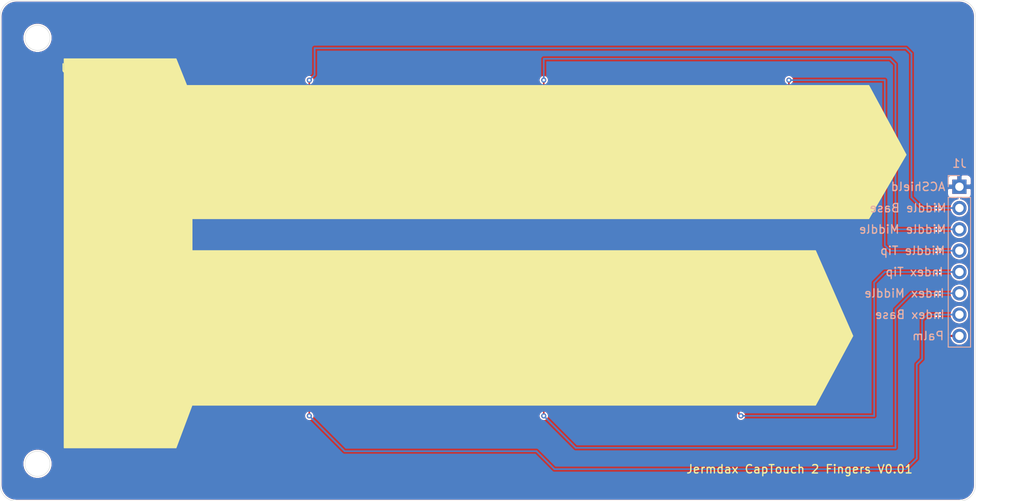
<source format=kicad_pcb>
(kicad_pcb (version 20171130) (host pcbnew "(5.1.6)-1")

  (general
    (thickness 1.6)
    (drawings 20)
    (tracks 60)
    (zones 0)
    (modules 2)
    (nets 9)
  )

  (page A4)
  (layers
    (0 F.Cu signal)
    (31 B.Cu signal)
    (32 B.Adhes user)
    (33 F.Adhes user)
    (34 B.Paste user)
    (35 F.Paste user)
    (36 B.SilkS user)
    (37 F.SilkS user)
    (38 B.Mask user)
    (39 F.Mask user)
    (40 Dwgs.User user)
    (41 Cmts.User user)
    (42 Eco1.User user)
    (43 Eco2.User user)
    (44 Edge.Cuts user)
    (45 Margin user)
    (46 B.CrtYd user)
    (47 F.CrtYd user)
    (48 B.Fab user)
    (49 F.Fab user)
  )

  (setup
    (last_trace_width 0.25)
    (user_trace_width 0.2)
    (trace_clearance 0.2)
    (zone_clearance 0.15)
    (zone_45_only no)
    (trace_min 0.15)
    (via_size 0.8)
    (via_drill 0.4)
    (via_min_size 0.3)
    (via_min_drill 0.3)
    (user_via 0.6 0.3)
    (uvia_size 0.3)
    (uvia_drill 0.1)
    (uvias_allowed no)
    (uvia_min_size 0.2)
    (uvia_min_drill 0.1)
    (edge_width 0.05)
    (segment_width 0.2)
    (pcb_text_width 0.3)
    (pcb_text_size 1.5 1.5)
    (mod_edge_width 0.12)
    (mod_text_size 1 1)
    (mod_text_width 0.15)
    (pad_size 1.524 1.524)
    (pad_drill 0.762)
    (pad_to_mask_clearance 0.05)
    (aux_axis_origin 0 0)
    (visible_elements 7FFFFFFF)
    (pcbplotparams
      (layerselection 0x010fc_ffffffff)
      (usegerberextensions false)
      (usegerberattributes true)
      (usegerberadvancedattributes true)
      (creategerberjobfile true)
      (excludeedgelayer true)
      (linewidth 0.100000)
      (plotframeref false)
      (viasonmask false)
      (mode 1)
      (useauxorigin false)
      (hpglpennumber 1)
      (hpglpenspeed 20)
      (hpglpendiameter 15.000000)
      (psnegative false)
      (psa4output false)
      (plotreference true)
      (plotvalue true)
      (plotinvisibletext false)
      (padsonsilk false)
      (subtractmaskfromsilk false)
      (outputformat 1)
      (mirror false)
      (drillshape 0)
      (scaleselection 1)
      (outputdirectory "CapTouch2FingerSensor_Gerber/"))
  )

  (net 0 "")
  (net 1 ACShield)
  (net 2 MiddleTip)
  (net 3 MiddleMiddle)
  (net 4 MiddleBase)
  (net 5 IndexTip)
  (net 6 IndexMiddle)
  (net 7 IndexBase)
  (net 8 Palm)

  (net_class Default "This is the default net class."
    (clearance 0.2)
    (trace_width 0.25)
    (via_dia 0.8)
    (via_drill 0.4)
    (uvia_dia 0.3)
    (uvia_drill 0.1)
    (add_net ACShield)
    (add_net IndexBase)
    (add_net IndexMiddle)
    (add_net IndexTip)
    (add_net MiddleBase)
    (add_net MiddleMiddle)
    (add_net MiddleTip)
    (add_net Palm)
  )

  (module Connector_PinSocket_2.54mm:PinSocket_1x08_P2.54mm_Vertical (layer B.Cu) (tedit 5A19A420) (tstamp 5F9F4E60)
    (at 208.28 90.17 180)
    (descr "Through hole straight socket strip, 1x08, 2.54mm pitch, single row (from Kicad 4.0.7), script generated")
    (tags "Through hole socket strip THT 1x08 2.54mm single row")
    (path /5F9F1C78)
    (fp_text reference J1 (at 0 2.77) (layer B.SilkS)
      (effects (font (size 1 1) (thickness 0.15)) (justify mirror))
    )
    (fp_text value Conn_01x08_Female (at 0 -20.55) (layer B.Fab)
      (effects (font (size 1 1) (thickness 0.15)) (justify mirror))
    )
    (fp_line (start -1.8 -19.55) (end -1.8 1.8) (layer B.CrtYd) (width 0.05))
    (fp_line (start 1.75 -19.55) (end -1.8 -19.55) (layer B.CrtYd) (width 0.05))
    (fp_line (start 1.75 1.8) (end 1.75 -19.55) (layer B.CrtYd) (width 0.05))
    (fp_line (start -1.8 1.8) (end 1.75 1.8) (layer B.CrtYd) (width 0.05))
    (fp_line (start 0 1.33) (end 1.33 1.33) (layer B.SilkS) (width 0.12))
    (fp_line (start 1.33 1.33) (end 1.33 0) (layer B.SilkS) (width 0.12))
    (fp_line (start 1.33 -1.27) (end 1.33 -19.11) (layer B.SilkS) (width 0.12))
    (fp_line (start -1.33 -19.11) (end 1.33 -19.11) (layer B.SilkS) (width 0.12))
    (fp_line (start -1.33 -1.27) (end -1.33 -19.11) (layer B.SilkS) (width 0.12))
    (fp_line (start -1.33 -1.27) (end 1.33 -1.27) (layer B.SilkS) (width 0.12))
    (fp_line (start -1.27 -19.05) (end -1.27 1.27) (layer B.Fab) (width 0.1))
    (fp_line (start 1.27 -19.05) (end -1.27 -19.05) (layer B.Fab) (width 0.1))
    (fp_line (start 1.27 0.635) (end 1.27 -19.05) (layer B.Fab) (width 0.1))
    (fp_line (start 0.635 1.27) (end 1.27 0.635) (layer B.Fab) (width 0.1))
    (fp_line (start -1.27 1.27) (end 0.635 1.27) (layer B.Fab) (width 0.1))
    (fp_text user %R (at 0 -8.89 270) (layer B.Fab)
      (effects (font (size 1 1) (thickness 0.15)) (justify mirror))
    )
    (pad 1 thru_hole rect (at 0 0 180) (size 1.7 1.7) (drill 1) (layers *.Cu *.Mask)
      (net 1 ACShield))
    (pad 2 thru_hole oval (at 0 -2.54 180) (size 1.7 1.7) (drill 1) (layers *.Cu *.Mask)
      (net 4 MiddleBase))
    (pad 3 thru_hole oval (at 0 -5.08 180) (size 1.7 1.7) (drill 1) (layers *.Cu *.Mask)
      (net 3 MiddleMiddle))
    (pad 4 thru_hole oval (at 0 -7.62 180) (size 1.7 1.7) (drill 1) (layers *.Cu *.Mask)
      (net 2 MiddleTip))
    (pad 5 thru_hole oval (at 0 -10.16 180) (size 1.7 1.7) (drill 1) (layers *.Cu *.Mask)
      (net 5 IndexTip))
    (pad 6 thru_hole oval (at 0 -12.7 180) (size 1.7 1.7) (drill 1) (layers *.Cu *.Mask)
      (net 6 IndexMiddle))
    (pad 7 thru_hole oval (at 0 -15.24 180) (size 1.7 1.7) (drill 1) (layers *.Cu *.Mask)
      (net 7 IndexBase))
    (pad 8 thru_hole oval (at 0 -17.78 180) (size 1.7 1.7) (drill 1) (layers *.Cu *.Mask)
      (net 8 Palm))
    (model ${KISYS3DMOD}/Connector_PinSocket_2.54mm.3dshapes/PinSocket_1x08_P2.54mm_Vertical.wrl
      (at (xyz 0 0 0))
      (scale (xyz 1 1 1))
      (rotate (xyz 0 0 0))
    )
  )

  (module CapTouch2FingerSensor:CapTouch2Finger (layer F.Cu) (tedit 5F9F1C26) (tstamp 5F9F56AC)
    (at 102.235 75.565)
    (path /5F9F0FC5)
    (fp_text reference U1 (at 0 0.5) (layer F.SilkS)
      (effects (font (size 1 1) (thickness 0.15)))
    )
    (fp_text value CapTouch2Finger (at 0 -0.5) (layer F.Fab)
      (effects (font (size 1 1) (thickness 0.15)))
    )
    (pad 1 smd rect (at 12.5 0) (size 12.5 45) (drill (offset -6.25 22.5)) (layers F.Cu F.Paste F.Mask)
      (net 8 Palm))
    (pad 5 smd rect (at 79.75 31.5) (size 17.5 7) (layers F.Cu F.Paste F.Mask)
      (net 5 IndexTip))
    (pad 4 smd rect (at 85.5 10.5) (size 20 7) (layers F.Cu F.Paste F.Mask)
      (net 2 MiddleTip))
    (pad 6 smd rect (at 56.25 31.5) (size 22.5 7) (layers F.Cu F.Paste F.Mask)
      (net 6 IndexMiddle))
    (pad 3 smd rect (at 56.25 10.5) (size 22.5 7) (layers F.Cu F.Paste F.Mask)
      (net 3 MiddleMiddle))
    (pad 7 smd rect (at 28.5 31.5) (size 27 7) (layers F.Cu F.Paste F.Mask)
      (net 7 IndexBase))
    (pad 2 smd rect (at 28.5 10.5) (size 27 7) (layers F.Cu F.Paste F.Mask)
      (net 4 MiddleBase))
  )

  (gr_text Palm (at 202.565 107.95) (layer B.SilkS)
    (effects (font (size 1 1) (thickness 0.15)) (justify right mirror))
  )
  (gr_text "Index Base" (at 198.12 105.41) (layer B.SilkS)
    (effects (font (size 1 1) (thickness 0.15)) (justify right mirror))
  )
  (gr_text "Index Middle" (at 196.85 102.87) (layer B.SilkS)
    (effects (font (size 1 1) (thickness 0.15)) (justify right mirror))
  )
  (gr_text "Index Tip" (at 199.39 100.33) (layer B.SilkS)
    (effects (font (size 1 1) (thickness 0.15)) (justify right mirror))
  )
  (gr_text "Middle Tip" (at 198.755 97.79) (layer B.SilkS)
    (effects (font (size 1 1) (thickness 0.15)) (justify right mirror))
  )
  (gr_text "Middle Middle" (at 196.215 95.25) (layer B.SilkS)
    (effects (font (size 1 1) (thickness 0.15)) (justify right mirror))
  )
  (gr_text "Middle Base" (at 197.485 92.71) (layer B.SilkS)
    (effects (font (size 1 1) (thickness 0.15)) (justify right mirror))
  )
  (gr_text ACShield (at 200.025 90.17) (layer B.SilkS)
    (effects (font (size 1 1) (thickness 0.15)) (justify right mirror))
  )
  (gr_arc (start 95.885 69.85) (end 95.885 67.945) (angle -90) (layer Edge.Cuts) (width 0.05))
  (gr_arc (start 95.885 125.73) (end 93.98 125.73) (angle -90) (layer Edge.Cuts) (width 0.05))
  (gr_arc (start 208.28 125.73) (end 208.28 127.635) (angle -90) (layer Edge.Cuts) (width 0.05))
  (gr_arc (start 208.28 69.85) (end 210.185 69.85) (angle -90) (layer Edge.Cuts) (width 0.05))
  (gr_text "Jermdax CapTouch 2 Fingers V0.01" (at 189.23 123.825) (layer F.SilkS)
    (effects (font (size 1 1) (thickness 0.15)))
  )
  (gr_poly (pts (xy 116.205 78.105) (xy 197.485 78.105) (xy 201.93 86.36) (xy 197.485 93.98) (xy 116.84 93.98) (xy 116.84 97.79) (xy 191.135 97.79) (xy 195.58 107.95) (xy 191.135 116.205) (xy 116.84 116.205) (xy 114.935 121.285) (xy 101.6 121.285) (xy 101.6 74.93) (xy 114.935 74.93)) (layer F.SilkS) (width 0.1))
  (gr_line (start 93.98 69.85) (end 93.98 125.73) (layer Edge.Cuts) (width 0.05) (tstamp 5F9F503C))
  (gr_line (start 208.28 67.945) (end 95.885 67.945) (layer Edge.Cuts) (width 0.05))
  (gr_line (start 210.185 125.73) (end 210.185 69.85) (layer Edge.Cuts) (width 0.05))
  (gr_line (start 95.885 127.635) (end 208.28 127.635) (layer Edge.Cuts) (width 0.05))
  (gr_circle (center 98.425 72.43) (end 99.925 72.43) (layer Edge.Cuts) (width 0.05) (tstamp 5F9F5038))
  (gr_circle (center 98.425 123.19) (end 99.925 123.19) (layer Edge.Cuts) (width 0.05))

  (via (at 187.96 77.47) (size 0.6) (drill 0.3) (layers F.Cu B.Cu) (net 2))
  (segment (start 187.96 85.84) (end 187.735 86.065) (width 0.2) (layer F.Cu) (net 2))
  (segment (start 187.96 77.47) (end 187.96 85.84) (width 0.2) (layer F.Cu) (net 2))
  (segment (start 200.025 97.79) (end 208.28 97.79) (width 0.2) (layer B.Cu) (net 2))
  (segment (start 199.39 97.155) (end 200.025 97.79) (width 0.2) (layer B.Cu) (net 2))
  (segment (start 187.96 77.47) (end 199.39 77.47) (width 0.2) (layer B.Cu) (net 2))
  (segment (start 199.39 77.47) (end 199.39 97.155) (width 0.2) (layer B.Cu) (net 2))
  (via (at 158.75 77.47) (size 0.6) (drill 0.3) (layers F.Cu B.Cu) (net 3))
  (segment (start 158.75 85.8) (end 158.485 86.065) (width 0.2) (layer F.Cu) (net 3))
  (segment (start 158.75 77.47) (end 158.75 85.8) (width 0.2) (layer F.Cu) (net 3))
  (segment (start 158.75 77.47) (end 158.75 74.93) (width 0.2) (layer B.Cu) (net 3))
  (segment (start 158.75 74.93) (end 200.025 74.93) (width 0.2) (layer B.Cu) (net 3))
  (segment (start 200.025 74.93) (end 200.66 75.565) (width 0.2) (layer B.Cu) (net 3))
  (segment (start 200.66 75.565) (end 200.66 95.25) (width 0.2) (layer B.Cu) (net 3))
  (segment (start 200.66 95.25) (end 208.28 95.25) (width 0.2) (layer B.Cu) (net 3))
  (via (at 130.81 77.47) (size 0.6) (drill 0.3) (layers F.Cu B.Cu) (net 4))
  (segment (start 130.81 85.99) (end 130.735 86.065) (width 0.2) (layer F.Cu) (net 4))
  (segment (start 130.81 77.47) (end 130.81 85.99) (width 0.2) (layer F.Cu) (net 4))
  (segment (start 131.445 76.835) (end 130.81 77.47) (width 0.2) (layer B.Cu) (net 4))
  (segment (start 203.835 92.71) (end 202.565 91.44) (width 0.2) (layer B.Cu) (net 4))
  (segment (start 208.28 92.71) (end 203.835 92.71) (width 0.2) (layer B.Cu) (net 4))
  (segment (start 131.445 73.66) (end 131.445 76.835) (width 0.2) (layer B.Cu) (net 4))
  (segment (start 202.565 74.295) (end 201.93 73.66) (width 0.2) (layer B.Cu) (net 4))
  (segment (start 202.565 91.44) (end 202.565 74.295) (width 0.2) (layer B.Cu) (net 4))
  (segment (start 201.93 73.66) (end 131.445 73.66) (width 0.2) (layer B.Cu) (net 4))
  (via (at 182.245 117.475) (size 0.6) (drill 0.3) (layers F.Cu B.Cu) (net 5))
  (segment (start 181.985 117.215) (end 182.245 117.475) (width 0.2) (layer F.Cu) (net 5))
  (segment (start 181.985 107.065) (end 181.985 117.215) (width 0.2) (layer F.Cu) (net 5))
  (segment (start 182.245 117.475) (end 198.12 117.475) (width 0.2) (layer B.Cu) (net 5))
  (segment (start 198.12 117.475) (end 198.12 101.6) (width 0.2) (layer B.Cu) (net 5))
  (segment (start 199.39 100.33) (end 208.28 100.33) (width 0.2) (layer B.Cu) (net 5))
  (segment (start 198.12 101.6) (end 199.39 100.33) (width 0.2) (layer B.Cu) (net 5))
  (via (at 158.75 117.475) (size 0.6) (drill 0.3) (layers F.Cu B.Cu) (net 6))
  (segment (start 158.75 107.33) (end 158.485 107.065) (width 0.2) (layer F.Cu) (net 6))
  (segment (start 158.75 117.475) (end 158.75 107.33) (width 0.2) (layer F.Cu) (net 6))
  (segment (start 200.66 104.775) (end 200.66 121.285) (width 0.2) (layer B.Cu) (net 6))
  (segment (start 162.56 121.285) (end 158.75 117.475) (width 0.2) (layer B.Cu) (net 6))
  (segment (start 200.66 121.285) (end 162.56 121.285) (width 0.2) (layer B.Cu) (net 6))
  (segment (start 208.28 102.87) (end 202.565 102.87) (width 0.2) (layer B.Cu) (net 6))
  (segment (start 202.565 102.87) (end 200.66 104.775) (width 0.2) (layer B.Cu) (net 6))
  (via (at 130.81 117.475) (size 0.6) (drill 0.3) (layers F.Cu B.Cu) (net 7))
  (segment (start 130.81 107.14) (end 130.735 107.065) (width 0.2) (layer F.Cu) (net 7))
  (segment (start 130.81 117.475) (end 130.81 107.14) (width 0.2) (layer F.Cu) (net 7))
  (segment (start 203.835 110.692998) (end 203.835 106.045) (width 0.2) (layer B.Cu) (net 7))
  (segment (start 203.2 122.555) (end 203.2 111.327998) (width 0.2) (layer B.Cu) (net 7))
  (segment (start 204.47 105.41) (end 208.28 105.41) (width 0.2) (layer B.Cu) (net 7))
  (segment (start 203.2 111.327998) (end 203.835 110.692998) (width 0.2) (layer B.Cu) (net 7))
  (segment (start 135.02001 121.68501) (end 157.88001 121.68501) (width 0.2) (layer B.Cu) (net 7))
  (segment (start 203.835 106.045) (end 204.47 105.41) (width 0.2) (layer B.Cu) (net 7))
  (segment (start 130.81 117.475) (end 135.02001 121.68501) (width 0.2) (layer B.Cu) (net 7))
  (segment (start 157.88001 121.68501) (end 160.02 123.825) (width 0.2) (layer B.Cu) (net 7))
  (segment (start 160.02 123.825) (end 201.93 123.825) (width 0.2) (layer B.Cu) (net 7))
  (segment (start 201.93 123.825) (end 203.2 122.555) (width 0.2) (layer B.Cu) (net 7))
  (segment (start 114.735 75.565) (end 112.395 75.565) (width 0.2) (layer F.Cu) (net 8))
  (segment (start 114.735 75.565) (end 114.735 75.13) (width 0.25) (layer F.Cu) (net 8))
  (segment (start 114.735 75.13) (end 118.11 71.755) (width 0.25) (layer F.Cu) (net 8))
  (segment (start 118.11 71.755) (end 202.565 71.755) (width 0.25) (layer F.Cu) (net 8))
  (segment (start 202.565 71.755) (end 205.74 74.93) (width 0.25) (layer F.Cu) (net 8))
  (segment (start 205.74 74.93) (end 205.74 107.95) (width 0.25) (layer F.Cu) (net 8))
  (segment (start 205.74 107.95) (end 208.28 107.95) (width 0.25) (layer F.Cu) (net 8))

  (zone (net 1) (net_name ACShield) (layer B.Cu) (tstamp 5F9F57B4) (hatch edge 0.508)
    (connect_pads (clearance 0.15))
    (min_thickness 0.15)
    (fill yes (arc_segments 32) (thermal_gap 0.508) (thermal_bridge_width 0.508))
    (polygon
      (pts
        (xy 210.185 127.635) (xy 93.98 127.635) (xy 93.98 67.945) (xy 210.185 67.945)
      )
    )
    (filled_polygon
      (pts
        (xy 208.601225 68.227695) (xy 208.910216 68.320986) (xy 209.195199 68.472514) (xy 209.445325 68.676511) (xy 209.651064 68.925206)
        (xy 209.804577 69.209124) (xy 209.900024 69.517462) (xy 209.934999 69.850226) (xy 209.935001 69.850865) (xy 209.935 125.717772)
        (xy 209.902305 126.051224) (xy 209.809015 126.360214) (xy 209.657486 126.645199) (xy 209.453487 126.895327) (xy 209.204794 127.101064)
        (xy 208.920872 127.254579) (xy 208.612538 127.350024) (xy 208.279775 127.384999) (xy 208.279424 127.385) (xy 95.897228 127.385)
        (xy 95.563776 127.352305) (xy 95.254786 127.259015) (xy 94.969801 127.107486) (xy 94.719673 126.903487) (xy 94.513936 126.654794)
        (xy 94.360421 126.370872) (xy 94.264976 126.062538) (xy 94.230001 125.729775) (xy 94.23 125.729424) (xy 94.23 123.01651)
        (xy 96.663523 123.01651) (xy 96.663523 123.36349) (xy 96.731216 123.703804) (xy 96.863999 124.024372) (xy 97.056771 124.312876)
        (xy 97.302124 124.558229) (xy 97.590628 124.751001) (xy 97.911196 124.883784) (xy 98.25151 124.951477) (xy 98.59849 124.951477)
        (xy 98.938804 124.883784) (xy 99.259372 124.751001) (xy 99.547876 124.558229) (xy 99.793229 124.312876) (xy 99.986001 124.024372)
        (xy 100.118784 123.703804) (xy 100.186477 123.36349) (xy 100.186477 123.01651) (xy 100.118784 122.676196) (xy 99.986001 122.355628)
        (xy 99.793229 122.067124) (xy 99.547876 121.821771) (xy 99.259372 121.628999) (xy 98.938804 121.496216) (xy 98.59849 121.428523)
        (xy 98.25151 121.428523) (xy 97.911196 121.496216) (xy 97.590628 121.628999) (xy 97.302124 121.821771) (xy 97.056771 122.067124)
        (xy 96.863999 122.355628) (xy 96.731216 122.676196) (xy 96.663523 123.01651) (xy 94.23 123.01651) (xy 94.23 117.418367)
        (xy 130.235 117.418367) (xy 130.235 117.531633) (xy 130.257097 117.642721) (xy 130.300442 117.747365) (xy 130.363368 117.841541)
        (xy 130.443459 117.921632) (xy 130.537635 117.984558) (xy 130.642279 118.027903) (xy 130.753367 118.05) (xy 130.854671 118.05)
        (xy 134.741824 121.937155) (xy 134.753562 121.951458) (xy 134.767865 121.963196) (xy 134.767868 121.963199) (xy 134.805187 121.993825)
        (xy 134.810663 121.998319) (xy 134.87581 122.033141) (xy 134.946497 122.054584) (xy 135.001591 122.06001) (xy 135.001593 122.06001)
        (xy 135.020009 122.061824) (xy 135.038425 122.06001) (xy 157.724681 122.06001) (xy 159.741809 124.077139) (xy 159.753552 124.091448)
        (xy 159.810653 124.138309) (xy 159.8758 124.173131) (xy 159.946487 124.194574) (xy 160.001581 124.2) (xy 160.001584 124.2)
        (xy 160.02 124.201814) (xy 160.038416 124.2) (xy 201.911584 124.2) (xy 201.93 124.201814) (xy 201.948416 124.2)
        (xy 201.948419 124.2) (xy 202.003513 124.194574) (xy 202.0742 124.173131) (xy 202.139347 124.138309) (xy 202.196448 124.091448)
        (xy 202.208195 124.077134) (xy 203.452146 122.833185) (xy 203.466448 122.821448) (xy 203.478186 122.807145) (xy 203.478189 122.807142)
        (xy 203.513309 122.764347) (xy 203.54813 122.699202) (xy 203.555109 122.676196) (xy 203.569574 122.628513) (xy 203.575 122.573419)
        (xy 203.575 122.573417) (xy 203.576814 122.555001) (xy 203.575 122.536585) (xy 203.575 111.483327) (xy 204.08714 110.971188)
        (xy 204.101448 110.959446) (xy 204.121423 110.935106) (xy 204.14831 110.902345) (xy 204.18313 110.837199) (xy 204.183131 110.837198)
        (xy 204.204574 110.766511) (xy 204.21 110.711417) (xy 204.21 110.711414) (xy 204.211814 110.692998) (xy 204.21 110.674582)
        (xy 204.21 107.839197) (xy 207.155 107.839197) (xy 207.155 108.060803) (xy 207.198233 108.27815) (xy 207.283038 108.482887)
        (xy 207.406156 108.667145) (xy 207.562855 108.823844) (xy 207.747113 108.946962) (xy 207.95185 109.031767) (xy 208.169197 109.075)
        (xy 208.390803 109.075) (xy 208.60815 109.031767) (xy 208.812887 108.946962) (xy 208.997145 108.823844) (xy 209.153844 108.667145)
        (xy 209.276962 108.482887) (xy 209.361767 108.27815) (xy 209.405 108.060803) (xy 209.405 107.839197) (xy 209.361767 107.62185)
        (xy 209.276962 107.417113) (xy 209.153844 107.232855) (xy 208.997145 107.076156) (xy 208.812887 106.953038) (xy 208.60815 106.868233)
        (xy 208.390803 106.825) (xy 208.169197 106.825) (xy 207.95185 106.868233) (xy 207.747113 106.953038) (xy 207.562855 107.076156)
        (xy 207.406156 107.232855) (xy 207.283038 107.417113) (xy 207.198233 107.62185) (xy 207.155 107.839197) (xy 204.21 107.839197)
        (xy 204.21 106.200329) (xy 204.62533 105.785) (xy 207.217639 105.785) (xy 207.283038 105.942887) (xy 207.406156 106.127145)
        (xy 207.562855 106.283844) (xy 207.747113 106.406962) (xy 207.95185 106.491767) (xy 208.169197 106.535) (xy 208.390803 106.535)
        (xy 208.60815 106.491767) (xy 208.812887 106.406962) (xy 208.997145 106.283844) (xy 209.153844 106.127145) (xy 209.276962 105.942887)
        (xy 209.361767 105.73815) (xy 209.405 105.520803) (xy 209.405 105.299197) (xy 209.361767 105.08185) (xy 209.276962 104.877113)
        (xy 209.153844 104.692855) (xy 208.997145 104.536156) (xy 208.812887 104.413038) (xy 208.60815 104.328233) (xy 208.390803 104.285)
        (xy 208.169197 104.285) (xy 207.95185 104.328233) (xy 207.747113 104.413038) (xy 207.562855 104.536156) (xy 207.406156 104.692855)
        (xy 207.283038 104.877113) (xy 207.217639 105.035) (xy 204.488416 105.035) (xy 204.47 105.033186) (xy 204.451584 105.035)
        (xy 204.451581 105.035) (xy 204.396487 105.040426) (xy 204.3258 105.061869) (xy 204.305107 105.07293) (xy 204.260653 105.09669)
        (xy 204.228437 105.12313) (xy 204.203552 105.143552) (xy 204.191809 105.157861) (xy 203.582861 105.766809) (xy 203.568553 105.778552)
        (xy 203.556811 105.79286) (xy 203.521691 105.835654) (xy 203.48687 105.9008) (xy 203.465427 105.971488) (xy 203.458186 106.045)
        (xy 203.460001 106.063426) (xy 203.46 110.537668) (xy 202.947861 111.049807) (xy 202.933553 111.06155) (xy 202.921811 111.075858)
        (xy 202.886691 111.118652) (xy 202.85187 111.183798) (xy 202.830427 111.254486) (xy 202.823186 111.327998) (xy 202.825001 111.346424)
        (xy 202.825 122.399669) (xy 201.774671 123.45) (xy 160.17533 123.45) (xy 158.158205 121.432876) (xy 158.146458 121.418562)
        (xy 158.089357 121.371701) (xy 158.02421 121.336879) (xy 157.953523 121.315436) (xy 157.898429 121.31001) (xy 157.898426 121.31001)
        (xy 157.88001 121.308196) (xy 157.861594 121.31001) (xy 135.175341 121.31001) (xy 131.385 117.519671) (xy 131.385 117.418367)
        (xy 158.175 117.418367) (xy 158.175 117.531633) (xy 158.197097 117.642721) (xy 158.240442 117.747365) (xy 158.303368 117.841541)
        (xy 158.383459 117.921632) (xy 158.477635 117.984558) (xy 158.582279 118.027903) (xy 158.693367 118.05) (xy 158.794671 118.05)
        (xy 162.281809 121.537139) (xy 162.293552 121.551448) (xy 162.307859 121.563189) (xy 162.350653 121.59831) (xy 162.395107 121.62207)
        (xy 162.4158 121.633131) (xy 162.486487 121.654574) (xy 162.541581 121.66) (xy 162.541584 121.66) (xy 162.56 121.661814)
        (xy 162.578416 121.66) (xy 200.641581 121.66) (xy 200.66 121.661814) (xy 200.733513 121.654574) (xy 200.8042 121.633131)
        (xy 200.869347 121.598309) (xy 200.926448 121.551448) (xy 200.973309 121.494347) (xy 201.008131 121.4292) (xy 201.029574 121.358513)
        (xy 201.035 121.303419) (xy 201.036814 121.285) (xy 201.035 121.266581) (xy 201.035 104.930329) (xy 202.72033 103.245)
        (xy 207.217639 103.245) (xy 207.283038 103.402887) (xy 207.406156 103.587145) (xy 207.562855 103.743844) (xy 207.747113 103.866962)
        (xy 207.95185 103.951767) (xy 208.169197 103.995) (xy 208.390803 103.995) (xy 208.60815 103.951767) (xy 208.812887 103.866962)
        (xy 208.997145 103.743844) (xy 209.153844 103.587145) (xy 209.276962 103.402887) (xy 209.361767 103.19815) (xy 209.405 102.980803)
        (xy 209.405 102.759197) (xy 209.361767 102.54185) (xy 209.276962 102.337113) (xy 209.153844 102.152855) (xy 208.997145 101.996156)
        (xy 208.812887 101.873038) (xy 208.60815 101.788233) (xy 208.390803 101.745) (xy 208.169197 101.745) (xy 207.95185 101.788233)
        (xy 207.747113 101.873038) (xy 207.562855 101.996156) (xy 207.406156 102.152855) (xy 207.283038 102.337113) (xy 207.217639 102.495)
        (xy 202.583416 102.495) (xy 202.565 102.493186) (xy 202.546584 102.495) (xy 202.546581 102.495) (xy 202.491487 102.500426)
        (xy 202.4208 102.521869) (xy 202.355653 102.556691) (xy 202.298552 102.603552) (xy 202.286809 102.617861) (xy 200.407866 104.496805)
        (xy 200.393552 104.508552) (xy 200.346691 104.565654) (xy 200.311869 104.630801) (xy 200.290426 104.701488) (xy 200.285 104.756581)
        (xy 200.283186 104.775) (xy 200.285 104.793416) (xy 200.285001 120.91) (xy 162.71533 120.91) (xy 159.325 117.519671)
        (xy 159.325 117.418367) (xy 181.67 117.418367) (xy 181.67 117.531633) (xy 181.692097 117.642721) (xy 181.735442 117.747365)
        (xy 181.798368 117.841541) (xy 181.878459 117.921632) (xy 181.972635 117.984558) (xy 182.077279 118.027903) (xy 182.188367 118.05)
        (xy 182.301633 118.05) (xy 182.412721 118.027903) (xy 182.517365 117.984558) (xy 182.611541 117.921632) (xy 182.683173 117.85)
        (xy 198.101581 117.85) (xy 198.12 117.851814) (xy 198.138419 117.85) (xy 198.193513 117.844574) (xy 198.2642 117.823131)
        (xy 198.329347 117.788309) (xy 198.386448 117.741448) (xy 198.433309 117.684347) (xy 198.468131 117.6192) (xy 198.489574 117.548513)
        (xy 198.496814 117.475) (xy 198.495 117.456581) (xy 198.495 101.755329) (xy 199.545331 100.705) (xy 207.217639 100.705)
        (xy 207.283038 100.862887) (xy 207.406156 101.047145) (xy 207.562855 101.203844) (xy 207.747113 101.326962) (xy 207.95185 101.411767)
        (xy 208.169197 101.455) (xy 208.390803 101.455) (xy 208.60815 101.411767) (xy 208.812887 101.326962) (xy 208.997145 101.203844)
        (xy 209.153844 101.047145) (xy 209.276962 100.862887) (xy 209.361767 100.65815) (xy 209.405 100.440803) (xy 209.405 100.219197)
        (xy 209.361767 100.00185) (xy 209.276962 99.797113) (xy 209.153844 99.612855) (xy 208.997145 99.456156) (xy 208.812887 99.333038)
        (xy 208.60815 99.248233) (xy 208.390803 99.205) (xy 208.169197 99.205) (xy 207.95185 99.248233) (xy 207.747113 99.333038)
        (xy 207.562855 99.456156) (xy 207.406156 99.612855) (xy 207.283038 99.797113) (xy 207.217639 99.955) (xy 199.408415 99.955)
        (xy 199.389999 99.953186) (xy 199.371583 99.955) (xy 199.371581 99.955) (xy 199.316487 99.960426) (xy 199.2458 99.981869)
        (xy 199.245798 99.98187) (xy 199.180653 100.016691) (xy 199.137858 100.051811) (xy 199.137855 100.051814) (xy 199.123552 100.063552)
        (xy 199.111814 100.077855) (xy 197.867861 101.321809) (xy 197.853553 101.333552) (xy 197.841811 101.34786) (xy 197.806691 101.390654)
        (xy 197.77187 101.4558) (xy 197.750427 101.526488) (xy 197.743186 101.6) (xy 197.745001 101.618426) (xy 197.745 117.1)
        (xy 182.683173 117.1) (xy 182.611541 117.028368) (xy 182.517365 116.965442) (xy 182.412721 116.922097) (xy 182.301633 116.9)
        (xy 182.188367 116.9) (xy 182.077279 116.922097) (xy 181.972635 116.965442) (xy 181.878459 117.028368) (xy 181.798368 117.108459)
        (xy 181.735442 117.202635) (xy 181.692097 117.307279) (xy 181.67 117.418367) (xy 159.325 117.418367) (xy 159.302903 117.307279)
        (xy 159.259558 117.202635) (xy 159.196632 117.108459) (xy 159.116541 117.028368) (xy 159.022365 116.965442) (xy 158.917721 116.922097)
        (xy 158.806633 116.9) (xy 158.693367 116.9) (xy 158.582279 116.922097) (xy 158.477635 116.965442) (xy 158.383459 117.028368)
        (xy 158.303368 117.108459) (xy 158.240442 117.202635) (xy 158.197097 117.307279) (xy 158.175 117.418367) (xy 131.385 117.418367)
        (xy 131.362903 117.307279) (xy 131.319558 117.202635) (xy 131.256632 117.108459) (xy 131.176541 117.028368) (xy 131.082365 116.965442)
        (xy 130.977721 116.922097) (xy 130.866633 116.9) (xy 130.753367 116.9) (xy 130.642279 116.922097) (xy 130.537635 116.965442)
        (xy 130.443459 117.028368) (xy 130.363368 117.108459) (xy 130.300442 117.202635) (xy 130.257097 117.307279) (xy 130.235 117.418367)
        (xy 94.23 117.418367) (xy 94.23 77.413367) (xy 130.235 77.413367) (xy 130.235 77.526633) (xy 130.257097 77.637721)
        (xy 130.300442 77.742365) (xy 130.363368 77.836541) (xy 130.443459 77.916632) (xy 130.537635 77.979558) (xy 130.642279 78.022903)
        (xy 130.753367 78.045) (xy 130.866633 78.045) (xy 130.977721 78.022903) (xy 131.082365 77.979558) (xy 131.176541 77.916632)
        (xy 131.256632 77.836541) (xy 131.319558 77.742365) (xy 131.362903 77.637721) (xy 131.385 77.526633) (xy 131.385 77.425329)
        (xy 131.396962 77.413367) (xy 158.175 77.413367) (xy 158.175 77.526633) (xy 158.197097 77.637721) (xy 158.240442 77.742365)
        (xy 158.303368 77.836541) (xy 158.383459 77.916632) (xy 158.477635 77.979558) (xy 158.582279 78.022903) (xy 158.693367 78.045)
        (xy 158.806633 78.045) (xy 158.917721 78.022903) (xy 159.022365 77.979558) (xy 159.116541 77.916632) (xy 159.196632 77.836541)
        (xy 159.259558 77.742365) (xy 159.302903 77.637721) (xy 159.325 77.526633) (xy 159.325 77.413367) (xy 187.385 77.413367)
        (xy 187.385 77.526633) (xy 187.407097 77.637721) (xy 187.450442 77.742365) (xy 187.513368 77.836541) (xy 187.593459 77.916632)
        (xy 187.687635 77.979558) (xy 187.792279 78.022903) (xy 187.903367 78.045) (xy 188.016633 78.045) (xy 188.127721 78.022903)
        (xy 188.232365 77.979558) (xy 188.326541 77.916632) (xy 188.398173 77.845) (xy 199.015 77.845) (xy 199.015001 97.136574)
        (xy 199.013186 97.155) (xy 199.019767 97.221813) (xy 199.020427 97.228513) (xy 199.04187 97.2992) (xy 199.076692 97.364347)
        (xy 199.123553 97.421448) (xy 199.137861 97.433191) (xy 199.746809 98.042139) (xy 199.758552 98.056448) (xy 199.772859 98.068189)
        (xy 199.815653 98.10331) (xy 199.843418 98.11815) (xy 199.8808 98.138131) (xy 199.951487 98.159574) (xy 200.006581 98.165)
        (xy 200.006584 98.165) (xy 200.025 98.166814) (xy 200.043416 98.165) (xy 207.217639 98.165) (xy 207.283038 98.322887)
        (xy 207.406156 98.507145) (xy 207.562855 98.663844) (xy 207.747113 98.786962) (xy 207.95185 98.871767) (xy 208.169197 98.915)
        (xy 208.390803 98.915) (xy 208.60815 98.871767) (xy 208.812887 98.786962) (xy 208.997145 98.663844) (xy 209.153844 98.507145)
        (xy 209.276962 98.322887) (xy 209.361767 98.11815) (xy 209.405 97.900803) (xy 209.405 97.679197) (xy 209.361767 97.46185)
        (xy 209.276962 97.257113) (xy 209.153844 97.072855) (xy 208.997145 96.916156) (xy 208.812887 96.793038) (xy 208.60815 96.708233)
        (xy 208.390803 96.665) (xy 208.169197 96.665) (xy 207.95185 96.708233) (xy 207.747113 96.793038) (xy 207.562855 96.916156)
        (xy 207.406156 97.072855) (xy 207.283038 97.257113) (xy 207.217639 97.415) (xy 200.18033 97.415) (xy 199.765 96.999671)
        (xy 199.765 77.488418) (xy 199.766814 77.47) (xy 199.759574 77.396487) (xy 199.738131 77.3258) (xy 199.703309 77.260653)
        (xy 199.656448 77.203552) (xy 199.599347 77.156691) (xy 199.5342 77.121869) (xy 199.463513 77.100426) (xy 199.408419 77.095)
        (xy 199.39 77.093186) (xy 199.371581 77.095) (xy 188.398173 77.095) (xy 188.326541 77.023368) (xy 188.232365 76.960442)
        (xy 188.127721 76.917097) (xy 188.016633 76.895) (xy 187.903367 76.895) (xy 187.792279 76.917097) (xy 187.687635 76.960442)
        (xy 187.593459 77.023368) (xy 187.513368 77.103459) (xy 187.450442 77.197635) (xy 187.407097 77.302279) (xy 187.385 77.413367)
        (xy 159.325 77.413367) (xy 159.302903 77.302279) (xy 159.259558 77.197635) (xy 159.196632 77.103459) (xy 159.125 77.031827)
        (xy 159.125 75.305) (xy 199.869671 75.305) (xy 200.285 75.72033) (xy 200.285001 95.231571) (xy 200.283186 95.25)
        (xy 200.290426 95.323513) (xy 200.311869 95.3942) (xy 200.346691 95.459347) (xy 200.393552 95.516448) (xy 200.450653 95.563309)
        (xy 200.5158 95.598131) (xy 200.586487 95.619574) (xy 200.641581 95.625) (xy 200.66 95.626814) (xy 200.678419 95.625)
        (xy 207.217639 95.625) (xy 207.283038 95.782887) (xy 207.406156 95.967145) (xy 207.562855 96.123844) (xy 207.747113 96.246962)
        (xy 207.95185 96.331767) (xy 208.169197 96.375) (xy 208.390803 96.375) (xy 208.60815 96.331767) (xy 208.812887 96.246962)
        (xy 208.997145 96.123844) (xy 209.153844 95.967145) (xy 209.276962 95.782887) (xy 209.361767 95.57815) (xy 209.405 95.360803)
        (xy 209.405 95.139197) (xy 209.361767 94.92185) (xy 209.276962 94.717113) (xy 209.153844 94.532855) (xy 208.997145 94.376156)
        (xy 208.812887 94.253038) (xy 208.60815 94.168233) (xy 208.390803 94.125) (xy 208.169197 94.125) (xy 207.95185 94.168233)
        (xy 207.747113 94.253038) (xy 207.562855 94.376156) (xy 207.406156 94.532855) (xy 207.283038 94.717113) (xy 207.217639 94.875)
        (xy 201.035 94.875) (xy 201.035 75.583416) (xy 201.036814 75.565) (xy 201.035 75.546581) (xy 201.029574 75.491487)
        (xy 201.008131 75.4208) (xy 200.99707 75.400107) (xy 200.97331 75.355653) (xy 200.938189 75.312859) (xy 200.926448 75.298552)
        (xy 200.91214 75.28681) (xy 200.303195 74.677866) (xy 200.291448 74.663552) (xy 200.234347 74.616691) (xy 200.1692 74.581869)
        (xy 200.098513 74.560426) (xy 200.043419 74.555) (xy 200.043416 74.555) (xy 200.025 74.553186) (xy 200.006584 74.555)
        (xy 158.768419 74.555) (xy 158.75 74.553186) (xy 158.731581 74.555) (xy 158.676487 74.560426) (xy 158.6058 74.581869)
        (xy 158.540653 74.616691) (xy 158.483552 74.663552) (xy 158.436691 74.720653) (xy 158.401869 74.7858) (xy 158.380426 74.856487)
        (xy 158.373186 74.93) (xy 158.375001 74.948429) (xy 158.375 77.031827) (xy 158.303368 77.103459) (xy 158.240442 77.197635)
        (xy 158.197097 77.302279) (xy 158.175 77.413367) (xy 131.396962 77.413367) (xy 131.697139 77.113191) (xy 131.711448 77.101448)
        (xy 131.731423 77.077108) (xy 131.75831 77.044347) (xy 131.79313 76.979201) (xy 131.793131 76.9792) (xy 131.814574 76.908513)
        (xy 131.82 76.853419) (xy 131.82 76.853416) (xy 131.821814 76.835) (xy 131.82 76.816584) (xy 131.82 74.035)
        (xy 201.774671 74.035) (xy 202.190001 74.450331) (xy 202.19 91.421584) (xy 202.188186 91.44) (xy 202.19 91.458416)
        (xy 202.19 91.458418) (xy 202.195426 91.513512) (xy 202.216869 91.584199) (xy 202.251691 91.649346) (xy 202.298552 91.706448)
        (xy 202.312866 91.718195) (xy 203.556814 92.962145) (xy 203.568552 92.976448) (xy 203.582855 92.988186) (xy 203.582858 92.988189)
        (xy 203.625653 93.023309) (xy 203.6908 93.058131) (xy 203.761487 93.079574) (xy 203.816581 93.085) (xy 203.816583 93.085)
        (xy 203.834999 93.086814) (xy 203.853415 93.085) (xy 207.217639 93.085) (xy 207.283038 93.242887) (xy 207.406156 93.427145)
        (xy 207.562855 93.583844) (xy 207.747113 93.706962) (xy 207.95185 93.791767) (xy 208.169197 93.835) (xy 208.390803 93.835)
        (xy 208.60815 93.791767) (xy 208.812887 93.706962) (xy 208.997145 93.583844) (xy 209.153844 93.427145) (xy 209.276962 93.242887)
        (xy 209.361767 93.03815) (xy 209.405 92.820803) (xy 209.405 92.599197) (xy 209.361767 92.38185) (xy 209.276962 92.177113)
        (xy 209.153844 91.992855) (xy 208.997145 91.836156) (xy 208.812887 91.713038) (xy 208.60815 91.628233) (xy 208.459002 91.598566)
        (xy 208.459002 91.457252) (xy 208.60475 91.603) (xy 209.13 91.605821) (xy 209.244288 91.594565) (xy 209.354184 91.561228)
        (xy 209.455465 91.507092) (xy 209.544238 91.434238) (xy 209.617092 91.345465) (xy 209.671228 91.244184) (xy 209.704565 91.134288)
        (xy 209.715821 91.02) (xy 209.713 90.49475) (xy 209.56725 90.349) (xy 208.459 90.349) (xy 208.459 90.369)
        (xy 208.101 90.369) (xy 208.101 90.349) (xy 206.99275 90.349) (xy 206.847 90.49475) (xy 206.844179 91.02)
        (xy 206.855435 91.134288) (xy 206.888772 91.244184) (xy 206.942908 91.345465) (xy 207.015762 91.434238) (xy 207.104535 91.507092)
        (xy 207.205816 91.561228) (xy 207.315712 91.594565) (xy 207.43 91.605821) (xy 207.95525 91.603) (xy 208.100998 91.457252)
        (xy 208.100998 91.598566) (xy 207.95185 91.628233) (xy 207.747113 91.713038) (xy 207.562855 91.836156) (xy 207.406156 91.992855)
        (xy 207.283038 92.177113) (xy 207.217639 92.335) (xy 203.990331 92.335) (xy 202.94 91.284671) (xy 202.94 89.32)
        (xy 206.844179 89.32) (xy 206.847 89.84525) (xy 206.99275 89.991) (xy 208.101 89.991) (xy 208.101 88.88275)
        (xy 208.459 88.88275) (xy 208.459 89.991) (xy 209.56725 89.991) (xy 209.713 89.84525) (xy 209.715821 89.32)
        (xy 209.704565 89.205712) (xy 209.671228 89.095816) (xy 209.617092 88.994535) (xy 209.544238 88.905762) (xy 209.455465 88.832908)
        (xy 209.354184 88.778772) (xy 209.244288 88.745435) (xy 209.13 88.734179) (xy 208.60475 88.737) (xy 208.459 88.88275)
        (xy 208.101 88.88275) (xy 207.95525 88.737) (xy 207.43 88.734179) (xy 207.315712 88.745435) (xy 207.205816 88.778772)
        (xy 207.104535 88.832908) (xy 207.015762 88.905762) (xy 206.942908 88.994535) (xy 206.888772 89.095816) (xy 206.855435 89.205712)
        (xy 206.844179 89.32) (xy 202.94 89.32) (xy 202.94 74.313416) (xy 202.941814 74.295) (xy 202.94 74.276581)
        (xy 202.934574 74.221487) (xy 202.913131 74.1508) (xy 202.898691 74.123784) (xy 202.87831 74.085653) (xy 202.843189 74.042859)
        (xy 202.831448 74.028552) (xy 202.817139 74.016809) (xy 202.208195 73.407866) (xy 202.196448 73.393552) (xy 202.139347 73.346691)
        (xy 202.0742 73.311869) (xy 202.003513 73.290426) (xy 201.948419 73.285) (xy 201.948416 73.285) (xy 201.93 73.283186)
        (xy 201.911584 73.285) (xy 131.463419 73.285) (xy 131.445 73.283186) (xy 131.426581 73.285) (xy 131.371487 73.290426)
        (xy 131.3008 73.311869) (xy 131.235653 73.346691) (xy 131.178552 73.393552) (xy 131.131691 73.450653) (xy 131.096869 73.5158)
        (xy 131.075426 73.586487) (xy 131.068186 73.66) (xy 131.07 73.678419) (xy 131.070001 76.679669) (xy 130.854671 76.895)
        (xy 130.753367 76.895) (xy 130.642279 76.917097) (xy 130.537635 76.960442) (xy 130.443459 77.023368) (xy 130.363368 77.103459)
        (xy 130.300442 77.197635) (xy 130.257097 77.302279) (xy 130.235 77.413367) (xy 94.23 77.413367) (xy 94.23 72.25651)
        (xy 96.663523 72.25651) (xy 96.663523 72.60349) (xy 96.731216 72.943804) (xy 96.863999 73.264372) (xy 97.056771 73.552876)
        (xy 97.302124 73.798229) (xy 97.590628 73.991001) (xy 97.911196 74.123784) (xy 98.25151 74.191477) (xy 98.59849 74.191477)
        (xy 98.938804 74.123784) (xy 99.259372 73.991001) (xy 99.547876 73.798229) (xy 99.793229 73.552876) (xy 99.986001 73.264372)
        (xy 100.118784 72.943804) (xy 100.186477 72.60349) (xy 100.186477 72.25651) (xy 100.118784 71.916196) (xy 99.986001 71.595628)
        (xy 99.793229 71.307124) (xy 99.547876 71.061771) (xy 99.259372 70.868999) (xy 98.938804 70.736216) (xy 98.59849 70.668523)
        (xy 98.25151 70.668523) (xy 97.911196 70.736216) (xy 97.590628 70.868999) (xy 97.302124 71.061771) (xy 97.056771 71.307124)
        (xy 96.863999 71.595628) (xy 96.731216 71.916196) (xy 96.663523 72.25651) (xy 94.23 72.25651) (xy 94.23 69.862228)
        (xy 94.262695 69.528775) (xy 94.355986 69.219784) (xy 94.507514 68.934801) (xy 94.711511 68.684675) (xy 94.960206 68.478936)
        (xy 95.244124 68.325423) (xy 95.552462 68.229976) (xy 95.885226 68.195001) (xy 95.885576 68.195) (xy 208.267772 68.195)
      )
    )
  )
  (zone (net 1) (net_name ACShield) (layer F.Cu) (tstamp 5F9F57B1) (hatch edge 0.508)
    (connect_pads (clearance 0.15))
    (min_thickness 0.15)
    (fill yes (arc_segments 32) (thermal_gap 0.508) (thermal_bridge_width 0.508))
    (polygon
      (pts
        (xy 210.185 127.635) (xy 93.98 127.635) (xy 93.98 67.945) (xy 210.185 67.945)
      )
    )
    (filled_polygon
      (pts
        (xy 208.601225 68.227695) (xy 208.910216 68.320986) (xy 209.195199 68.472514) (xy 209.445325 68.676511) (xy 209.651064 68.925206)
        (xy 209.804577 69.209124) (xy 209.900024 69.517462) (xy 209.934999 69.850226) (xy 209.935001 69.850865) (xy 209.935 125.717772)
        (xy 209.902305 126.051224) (xy 209.809015 126.360214) (xy 209.657486 126.645199) (xy 209.453487 126.895327) (xy 209.204794 127.101064)
        (xy 208.920872 127.254579) (xy 208.612538 127.350024) (xy 208.279775 127.384999) (xy 208.279424 127.385) (xy 95.897228 127.385)
        (xy 95.563776 127.352305) (xy 95.254786 127.259015) (xy 94.969801 127.107486) (xy 94.719673 126.903487) (xy 94.513936 126.654794)
        (xy 94.360421 126.370872) (xy 94.264976 126.062538) (xy 94.230001 125.729775) (xy 94.23 125.729424) (xy 94.23 123.01651)
        (xy 96.663523 123.01651) (xy 96.663523 123.36349) (xy 96.731216 123.703804) (xy 96.863999 124.024372) (xy 97.056771 124.312876)
        (xy 97.302124 124.558229) (xy 97.590628 124.751001) (xy 97.911196 124.883784) (xy 98.25151 124.951477) (xy 98.59849 124.951477)
        (xy 98.938804 124.883784) (xy 99.259372 124.751001) (xy 99.547876 124.558229) (xy 99.793229 124.312876) (xy 99.986001 124.024372)
        (xy 100.118784 123.703804) (xy 100.186477 123.36349) (xy 100.186477 123.01651) (xy 100.118784 122.676196) (xy 99.986001 122.355628)
        (xy 99.793229 122.067124) (xy 99.547876 121.821771) (xy 99.259372 121.628999) (xy 98.938804 121.496216) (xy 98.59849 121.428523)
        (xy 98.25151 121.428523) (xy 97.911196 121.496216) (xy 97.590628 121.628999) (xy 97.302124 121.821771) (xy 97.056771 122.067124)
        (xy 96.863999 122.355628) (xy 96.731216 122.676196) (xy 96.663523 123.01651) (xy 94.23 123.01651) (xy 94.23 75.565)
        (xy 101.95867 75.565) (xy 101.95867 120.565) (xy 101.96398 120.618909) (xy 101.979704 120.670747) (xy 102.00524 120.718521)
        (xy 102.039605 120.760395) (xy 102.081479 120.79476) (xy 102.129253 120.820296) (xy 102.181091 120.83602) (xy 102.235 120.84133)
        (xy 114.735 120.84133) (xy 114.788909 120.83602) (xy 114.840747 120.820296) (xy 114.888521 120.79476) (xy 114.930395 120.760395)
        (xy 114.96476 120.718521) (xy 114.990296 120.670747) (xy 115.00602 120.618909) (xy 115.01133 120.565) (xy 115.01133 103.565)
        (xy 116.95867 103.565) (xy 116.95867 110.565) (xy 116.96398 110.618909) (xy 116.979704 110.670747) (xy 117.00524 110.718521)
        (xy 117.039605 110.760395) (xy 117.081479 110.79476) (xy 117.129253 110.820296) (xy 117.181091 110.83602) (xy 117.235 110.84133)
        (xy 130.435001 110.84133) (xy 130.435 117.036827) (xy 130.363368 117.108459) (xy 130.300442 117.202635) (xy 130.257097 117.307279)
        (xy 130.235 117.418367) (xy 130.235 117.531633) (xy 130.257097 117.642721) (xy 130.300442 117.747365) (xy 130.363368 117.841541)
        (xy 130.443459 117.921632) (xy 130.537635 117.984558) (xy 130.642279 118.027903) (xy 130.753367 118.05) (xy 130.866633 118.05)
        (xy 130.977721 118.027903) (xy 131.082365 117.984558) (xy 131.176541 117.921632) (xy 131.256632 117.841541) (xy 131.319558 117.747365)
        (xy 131.362903 117.642721) (xy 131.385 117.531633) (xy 131.385 117.418367) (xy 131.362903 117.307279) (xy 131.319558 117.202635)
        (xy 131.256632 117.108459) (xy 131.185 117.036827) (xy 131.185 110.84133) (xy 144.235 110.84133) (xy 144.288909 110.83602)
        (xy 144.340747 110.820296) (xy 144.388521 110.79476) (xy 144.430395 110.760395) (xy 144.46476 110.718521) (xy 144.490296 110.670747)
        (xy 144.50602 110.618909) (xy 144.51133 110.565) (xy 144.51133 103.565) (xy 146.95867 103.565) (xy 146.95867 110.565)
        (xy 146.96398 110.618909) (xy 146.979704 110.670747) (xy 147.00524 110.718521) (xy 147.039605 110.760395) (xy 147.081479 110.79476)
        (xy 147.129253 110.820296) (xy 147.181091 110.83602) (xy 147.235 110.84133) (xy 158.375001 110.84133) (xy 158.375 117.036827)
        (xy 158.303368 117.108459) (xy 158.240442 117.202635) (xy 158.197097 117.307279) (xy 158.175 117.418367) (xy 158.175 117.531633)
        (xy 158.197097 117.642721) (xy 158.240442 117.747365) (xy 158.303368 117.841541) (xy 158.383459 117.921632) (xy 158.477635 117.984558)
        (xy 158.582279 118.027903) (xy 158.693367 118.05) (xy 158.806633 118.05) (xy 158.917721 118.027903) (xy 159.022365 117.984558)
        (xy 159.116541 117.921632) (xy 159.196632 117.841541) (xy 159.259558 117.747365) (xy 159.302903 117.642721) (xy 159.325 117.531633)
        (xy 159.325 117.418367) (xy 159.302903 117.307279) (xy 159.259558 117.202635) (xy 159.196632 117.108459) (xy 159.125 117.036827)
        (xy 159.125 110.84133) (xy 169.735 110.84133) (xy 169.788909 110.83602) (xy 169.840747 110.820296) (xy 169.888521 110.79476)
        (xy 169.930395 110.760395) (xy 169.96476 110.718521) (xy 169.990296 110.670747) (xy 170.00602 110.618909) (xy 170.01133 110.565)
        (xy 170.01133 103.565) (xy 172.95867 103.565) (xy 172.95867 110.565) (xy 172.96398 110.618909) (xy 172.979704 110.670747)
        (xy 173.00524 110.718521) (xy 173.039605 110.760395) (xy 173.081479 110.79476) (xy 173.129253 110.820296) (xy 173.181091 110.83602)
        (xy 173.235 110.84133) (xy 181.61 110.84133) (xy 181.610001 117.196574) (xy 181.608186 117.215) (xy 181.615427 117.288512)
        (xy 181.63687 117.3592) (xy 181.668496 117.418367) (xy 181.67 117.421182) (xy 181.67 117.531633) (xy 181.692097 117.642721)
        (xy 181.735442 117.747365) (xy 181.798368 117.841541) (xy 181.878459 117.921632) (xy 181.972635 117.984558) (xy 182.077279 118.027903)
        (xy 182.188367 118.05) (xy 182.301633 118.05) (xy 182.412721 118.027903) (xy 182.517365 117.984558) (xy 182.611541 117.921632)
        (xy 182.691632 117.841541) (xy 182.754558 117.747365) (xy 182.797903 117.642721) (xy 182.82 117.531633) (xy 182.82 117.418367)
        (xy 182.797903 117.307279) (xy 182.754558 117.202635) (xy 182.691632 117.108459) (xy 182.611541 117.028368) (xy 182.517365 116.965442)
        (xy 182.412721 116.922097) (xy 182.36 116.91161) (xy 182.36 110.84133) (xy 190.735 110.84133) (xy 190.788909 110.83602)
        (xy 190.840747 110.820296) (xy 190.888521 110.79476) (xy 190.930395 110.760395) (xy 190.96476 110.718521) (xy 190.990296 110.670747)
        (xy 191.00602 110.618909) (xy 191.01133 110.565) (xy 191.01133 103.565) (xy 191.00602 103.511091) (xy 190.990296 103.459253)
        (xy 190.96476 103.411479) (xy 190.930395 103.369605) (xy 190.888521 103.33524) (xy 190.840747 103.309704) (xy 190.788909 103.29398)
        (xy 190.735 103.28867) (xy 173.235 103.28867) (xy 173.181091 103.29398) (xy 173.129253 103.309704) (xy 173.081479 103.33524)
        (xy 173.039605 103.369605) (xy 173.00524 103.411479) (xy 172.979704 103.459253) (xy 172.96398 103.511091) (xy 172.95867 103.565)
        (xy 170.01133 103.565) (xy 170.00602 103.511091) (xy 169.990296 103.459253) (xy 169.96476 103.411479) (xy 169.930395 103.369605)
        (xy 169.888521 103.33524) (xy 169.840747 103.309704) (xy 169.788909 103.29398) (xy 169.735 103.28867) (xy 147.235 103.28867)
        (xy 147.181091 103.29398) (xy 147.129253 103.309704) (xy 147.081479 103.33524) (xy 147.039605 103.369605) (xy 147.00524 103.411479)
        (xy 146.979704 103.459253) (xy 146.96398 103.511091) (xy 146.95867 103.565) (xy 144.51133 103.565) (xy 144.50602 103.511091)
        (xy 144.490296 103.459253) (xy 144.46476 103.411479) (xy 144.430395 103.369605) (xy 144.388521 103.33524) (xy 144.340747 103.309704)
        (xy 144.288909 103.29398) (xy 144.235 103.28867) (xy 117.235 103.28867) (xy 117.181091 103.29398) (xy 117.129253 103.309704)
        (xy 117.081479 103.33524) (xy 117.039605 103.369605) (xy 117.00524 103.411479) (xy 116.979704 103.459253) (xy 116.96398 103.511091)
        (xy 116.95867 103.565) (xy 115.01133 103.565) (xy 115.01133 82.565) (xy 116.95867 82.565) (xy 116.95867 89.565)
        (xy 116.96398 89.618909) (xy 116.979704 89.670747) (xy 117.00524 89.718521) (xy 117.039605 89.760395) (xy 117.081479 89.79476)
        (xy 117.129253 89.820296) (xy 117.181091 89.83602) (xy 117.235 89.84133) (xy 144.235 89.84133) (xy 144.288909 89.83602)
        (xy 144.340747 89.820296) (xy 144.388521 89.79476) (xy 144.430395 89.760395) (xy 144.46476 89.718521) (xy 144.490296 89.670747)
        (xy 144.50602 89.618909) (xy 144.51133 89.565) (xy 144.51133 82.565) (xy 146.95867 82.565) (xy 146.95867 89.565)
        (xy 146.96398 89.618909) (xy 146.979704 89.670747) (xy 147.00524 89.718521) (xy 147.039605 89.760395) (xy 147.081479 89.79476)
        (xy 147.129253 89.820296) (xy 147.181091 89.83602) (xy 147.235 89.84133) (xy 169.735 89.84133) (xy 169.788909 89.83602)
        (xy 169.840747 89.820296) (xy 169.888521 89.79476) (xy 169.930395 89.760395) (xy 169.96476 89.718521) (xy 169.990296 89.670747)
        (xy 170.00602 89.618909) (xy 170.01133 89.565) (xy 170.01133 82.565) (xy 177.45867 82.565) (xy 177.45867 89.565)
        (xy 177.46398 89.618909) (xy 177.479704 89.670747) (xy 177.50524 89.718521) (xy 177.539605 89.760395) (xy 177.581479 89.79476)
        (xy 177.629253 89.820296) (xy 177.681091 89.83602) (xy 177.735 89.84133) (xy 197.735 89.84133) (xy 197.788909 89.83602)
        (xy 197.840747 89.820296) (xy 197.888521 89.79476) (xy 197.930395 89.760395) (xy 197.96476 89.718521) (xy 197.990296 89.670747)
        (xy 198.00602 89.618909) (xy 198.01133 89.565) (xy 198.01133 82.565) (xy 198.00602 82.511091) (xy 197.990296 82.459253)
        (xy 197.96476 82.411479) (xy 197.930395 82.369605) (xy 197.888521 82.33524) (xy 197.840747 82.309704) (xy 197.788909 82.29398)
        (xy 197.735 82.28867) (xy 188.335 82.28867) (xy 188.335 77.908173) (xy 188.406632 77.836541) (xy 188.469558 77.742365)
        (xy 188.512903 77.637721) (xy 188.535 77.526633) (xy 188.535 77.413367) (xy 188.512903 77.302279) (xy 188.469558 77.197635)
        (xy 188.406632 77.103459) (xy 188.326541 77.023368) (xy 188.232365 76.960442) (xy 188.127721 76.917097) (xy 188.016633 76.895)
        (xy 187.903367 76.895) (xy 187.792279 76.917097) (xy 187.687635 76.960442) (xy 187.593459 77.023368) (xy 187.513368 77.103459)
        (xy 187.450442 77.197635) (xy 187.407097 77.302279) (xy 187.385 77.413367) (xy 187.385 77.526633) (xy 187.407097 77.637721)
        (xy 187.450442 77.742365) (xy 187.513368 77.836541) (xy 187.585 77.908173) (xy 187.585001 82.28867) (xy 177.735 82.28867)
        (xy 177.681091 82.29398) (xy 177.629253 82.309704) (xy 177.581479 82.33524) (xy 177.539605 82.369605) (xy 177.50524 82.411479)
        (xy 177.479704 82.459253) (xy 177.46398 82.511091) (xy 177.45867 82.565) (xy 170.01133 82.565) (xy 170.00602 82.511091)
        (xy 169.990296 82.459253) (xy 169.96476 82.411479) (xy 169.930395 82.369605) (xy 169.888521 82.33524) (xy 169.840747 82.309704)
        (xy 169.788909 82.29398) (xy 169.735 82.28867) (xy 159.125 82.28867) (xy 159.125 77.908173) (xy 159.196632 77.836541)
        (xy 159.259558 77.742365) (xy 159.302903 77.637721) (xy 159.325 77.526633) (xy 159.325 77.413367) (xy 159.302903 77.302279)
        (xy 159.259558 77.197635) (xy 159.196632 77.103459) (xy 159.116541 77.023368) (xy 159.022365 76.960442) (xy 158.917721 76.917097)
        (xy 158.806633 76.895) (xy 158.693367 76.895) (xy 158.582279 76.917097) (xy 158.477635 76.960442) (xy 158.383459 77.023368)
        (xy 158.303368 77.103459) (xy 158.240442 77.197635) (xy 158.197097 77.302279) (xy 158.175 77.413367) (xy 158.175 77.526633)
        (xy 158.197097 77.637721) (xy 158.240442 77.742365) (xy 158.303368 77.836541) (xy 158.375 77.908173) (xy 158.375001 82.28867)
        (xy 147.235 82.28867) (xy 147.181091 82.29398) (xy 147.129253 82.309704) (xy 147.081479 82.33524) (xy 147.039605 82.369605)
        (xy 147.00524 82.411479) (xy 146.979704 82.459253) (xy 146.96398 82.511091) (xy 146.95867 82.565) (xy 144.51133 82.565)
        (xy 144.50602 82.511091) (xy 144.490296 82.459253) (xy 144.46476 82.411479) (xy 144.430395 82.369605) (xy 144.388521 82.33524)
        (xy 144.340747 82.309704) (xy 144.288909 82.29398) (xy 144.235 82.28867) (xy 131.185 82.28867) (xy 131.185 77.908173)
        (xy 131.256632 77.836541) (xy 131.319558 77.742365) (xy 131.362903 77.637721) (xy 131.385 77.526633) (xy 131.385 77.413367)
        (xy 131.362903 77.302279) (xy 131.319558 77.197635) (xy 131.256632 77.103459) (xy 131.176541 77.023368) (xy 131.082365 76.960442)
        (xy 130.977721 76.917097) (xy 130.866633 76.895) (xy 130.753367 76.895) (xy 130.642279 76.917097) (xy 130.537635 76.960442)
        (xy 130.443459 77.023368) (xy 130.363368 77.103459) (xy 130.300442 77.197635) (xy 130.257097 77.302279) (xy 130.235 77.413367)
        (xy 130.235 77.526633) (xy 130.257097 77.637721) (xy 130.300442 77.742365) (xy 130.363368 77.836541) (xy 130.435 77.908173)
        (xy 130.435001 82.28867) (xy 117.235 82.28867) (xy 117.181091 82.29398) (xy 117.129253 82.309704) (xy 117.081479 82.33524)
        (xy 117.039605 82.369605) (xy 117.00524 82.411479) (xy 116.979704 82.459253) (xy 116.96398 82.511091) (xy 116.95867 82.565)
        (xy 115.01133 82.565) (xy 115.01133 75.855679) (xy 115.019211 75.849211) (xy 115.069197 75.788303) (xy 115.10634 75.718814)
        (xy 115.129212 75.643414) (xy 115.135 75.584647) (xy 115.135 75.295685) (xy 118.275686 72.155) (xy 202.399315 72.155)
        (xy 205.34 75.095686) (xy 205.340001 107.930343) (xy 205.338065 107.95) (xy 205.345788 108.028414) (xy 205.36866 108.103814)
        (xy 205.405803 108.173303) (xy 205.455789 108.234211) (xy 205.516697 108.284197) (xy 205.586186 108.32134) (xy 205.661586 108.344212)
        (xy 205.720353 108.35) (xy 205.720354 108.35) (xy 205.74 108.351935) (xy 205.759647 108.35) (xy 207.227994 108.35)
        (xy 207.283038 108.482887) (xy 207.406156 108.667145) (xy 207.562855 108.823844) (xy 207.747113 108.946962) (xy 207.95185 109.031767)
        (xy 208.169197 109.075) (xy 208.390803 109.075) (xy 208.60815 109.031767) (xy 208.812887 108.946962) (xy 208.997145 108.823844)
        (xy 209.153844 108.667145) (xy 209.276962 108.482887) (xy 209.361767 108.27815) (xy 209.405 108.060803) (xy 209.405 107.839197)
        (xy 209.361767 107.62185) (xy 209.276962 107.417113) (xy 209.153844 107.232855) (xy 208.997145 107.076156) (xy 208.812887 106.953038)
        (xy 208.60815 106.868233) (xy 208.390803 106.825) (xy 208.169197 106.825) (xy 207.95185 106.868233) (xy 207.747113 106.953038)
        (xy 207.562855 107.076156) (xy 207.406156 107.232855) (xy 207.283038 107.417113) (xy 207.227994 107.55) (xy 206.14 107.55)
        (xy 206.14 105.299197) (xy 207.155 105.299197) (xy 207.155 105.520803) (xy 207.198233 105.73815) (xy 207.283038 105.942887)
        (xy 207.406156 106.127145) (xy 207.562855 106.283844) (xy 207.747113 106.406962) (xy 207.95185 106.491767) (xy 208.169197 106.535)
        (xy 208.390803 106.535) (xy 208.60815 106.491767) (xy 208.812887 106.406962) (xy 208.997145 106.283844) (xy 209.153844 106.127145)
        (xy 209.276962 105.942887) (xy 209.361767 105.73815) (xy 209.405 105.520803) (xy 209.405 105.299197) (xy 209.361767 105.08185)
        (xy 209.276962 104.877113) (xy 209.153844 104.692855) (xy 208.997145 104.536156) (xy 208.812887 104.413038) (xy 208.60815 104.328233)
        (xy 208.390803 104.285) (xy 208.169197 104.285) (xy 207.95185 104.328233) (xy 207.747113 104.413038) (xy 207.562855 104.536156)
        (xy 207.406156 104.692855) (xy 207.283038 104.877113) (xy 207.198233 105.08185) (xy 207.155 105.299197) (xy 206.14 105.299197)
        (xy 206.14 102.759197) (xy 207.155 102.759197) (xy 207.155 102.980803) (xy 207.198233 103.19815) (xy 207.283038 103.402887)
        (xy 207.406156 103.587145) (xy 207.562855 103.743844) (xy 207.747113 103.866962) (xy 207.95185 103.951767) (xy 208.169197 103.995)
        (xy 208.390803 103.995) (xy 208.60815 103.951767) (xy 208.812887 103.866962) (xy 208.997145 103.743844) (xy 209.153844 103.587145)
        (xy 209.276962 103.402887) (xy 209.361767 103.19815) (xy 209.405 102.980803) (xy 209.405 102.759197) (xy 209.361767 102.54185)
        (xy 209.276962 102.337113) (xy 209.153844 102.152855) (xy 208.997145 101.996156) (xy 208.812887 101.873038) (xy 208.60815 101.788233)
        (xy 208.390803 101.745) (xy 208.169197 101.745) (xy 207.95185 101.788233) (xy 207.747113 101.873038) (xy 207.562855 101.996156)
        (xy 207.406156 102.152855) (xy 207.283038 102.337113) (xy 207.198233 102.54185) (xy 207.155 102.759197) (xy 206.14 102.759197)
        (xy 206.14 100.219197) (xy 207.155 100.219197) (xy 207.155 100.440803) (xy 207.198233 100.65815) (xy 207.283038 100.862887)
        (xy 207.406156 101.047145) (xy 207.562855 101.203844) (xy 207.747113 101.326962) (xy 207.95185 101.411767) (xy 208.169197 101.455)
        (xy 208.390803 101.455) (xy 208.60815 101.411767) (xy 208.812887 101.326962) (xy 208.997145 101.203844) (xy 209.153844 101.047145)
        (xy 209.276962 100.862887) (xy 209.361767 100.65815) (xy 209.405 100.440803) (xy 209.405 100.219197) (xy 209.361767 100.00185)
        (xy 209.276962 99.797113) (xy 209.153844 99.612855) (xy 208.997145 99.456156) (xy 208.812887 99.333038) (xy 208.60815 99.248233)
        (xy 208.390803 99.205) (xy 208.169197 99.205) (xy 207.95185 99.248233) (xy 207.747113 99.333038) (xy 207.562855 99.456156)
        (xy 207.406156 99.612855) (xy 207.283038 99.797113) (xy 207.198233 100.00185) (xy 207.155 100.219197) (xy 206.14 100.219197)
        (xy 206.14 97.679197) (xy 207.155 97.679197) (xy 207.155 97.900803) (xy 207.198233 98.11815) (xy 207.283038 98.322887)
        (xy 207.406156 98.507145) (xy 207.562855 98.663844) (xy 207.747113 98.786962) (xy 207.95185 98.871767) (xy 208.169197 98.915)
        (xy 208.390803 98.915) (xy 208.60815 98.871767) (xy 208.812887 98.786962) (xy 208.997145 98.663844) (xy 209.153844 98.507145)
        (xy 209.276962 98.322887) (xy 209.361767 98.11815) (xy 209.405 97.900803) (xy 209.405 97.679197) (xy 209.361767 97.46185)
        (xy 209.276962 97.257113) (xy 209.153844 97.072855) (xy 208.997145 96.916156) (xy 208.812887 96.793038) (xy 208.60815 96.708233)
        (xy 208.390803 96.665) (xy 208.169197 96.665) (xy 207.95185 96.708233) (xy 207.747113 96.793038) (xy 207.562855 96.916156)
        (xy 207.406156 97.072855) (xy 207.283038 97.257113) (xy 207.198233 97.46185) (xy 207.155 97.679197) (xy 206.14 97.679197)
        (xy 206.14 95.139197) (xy 207.155 95.139197) (xy 207.155 95.360803) (xy 207.198233 95.57815) (xy 207.283038 95.782887)
        (xy 207.406156 95.967145) (xy 207.562855 96.123844) (xy 207.747113 96.246962) (xy 207.95185 96.331767) (xy 208.169197 96.375)
        (xy 208.390803 96.375) (xy 208.60815 96.331767) (xy 208.812887 96.246962) (xy 208.997145 96.123844) (xy 209.153844 95.967145)
        (xy 209.276962 95.782887) (xy 209.361767 95.57815) (xy 209.405 95.360803) (xy 209.405 95.139197) (xy 209.361767 94.92185)
        (xy 209.276962 94.717113) (xy 209.153844 94.532855) (xy 208.997145 94.376156) (xy 208.812887 94.253038) (xy 208.60815 94.168233)
        (xy 208.390803 94.125) (xy 208.169197 94.125) (xy 207.95185 94.168233) (xy 207.747113 94.253038) (xy 207.562855 94.376156)
        (xy 207.406156 94.532855) (xy 207.283038 94.717113) (xy 207.198233 94.92185) (xy 207.155 95.139197) (xy 206.14 95.139197)
        (xy 206.14 91.02) (xy 206.844179 91.02) (xy 206.855435 91.134288) (xy 206.888772 91.244184) (xy 206.942908 91.345465)
        (xy 207.015762 91.434238) (xy 207.104535 91.507092) (xy 207.205816 91.561228) (xy 207.315712 91.594565) (xy 207.43 91.605821)
        (xy 207.95525 91.603) (xy 208.100998 91.457252) (xy 208.100998 91.598566) (xy 207.95185 91.628233) (xy 207.747113 91.713038)
        (xy 207.562855 91.836156) (xy 207.406156 91.992855) (xy 207.283038 92.177113) (xy 207.198233 92.38185) (xy 207.155 92.599197)
        (xy 207.155 92.820803) (xy 207.198233 93.03815) (xy 207.283038 93.242887) (xy 207.406156 93.427145) (xy 207.562855 93.583844)
        (xy 207.747113 93.706962) (xy 207.95185 93.791767) (xy 208.169197 93.835) (xy 208.390803 93.835) (xy 208.60815 93.791767)
        (xy 208.812887 93.706962) (xy 208.997145 93.583844) (xy 209.153844 93.427145) (xy 209.276962 93.242887) (xy 209.361767 93.03815)
        (xy 209.405 92.820803) (xy 209.405 92.599197) (xy 209.361767 92.38185) (xy 209.276962 92.177113) (xy 209.153844 91.992855)
        (xy 208.997145 91.836156) (xy 208.812887 91.713038) (xy 208.60815 91.628233) (xy 208.459002 91.598566) (xy 208.459002 91.457252)
        (xy 208.60475 91.603) (xy 209.13 91.605821) (xy 209.244288 91.594565) (xy 209.354184 91.561228) (xy 209.455465 91.507092)
        (xy 209.544238 91.434238) (xy 209.617092 91.345465) (xy 209.671228 91.244184) (xy 209.704565 91.134288) (xy 209.715821 91.02)
        (xy 209.713 90.49475) (xy 209.56725 90.349) (xy 208.459 90.349) (xy 208.459 90.369) (xy 208.101 90.369)
        (xy 208.101 90.349) (xy 206.99275 90.349) (xy 206.847 90.49475) (xy 206.844179 91.02) (xy 206.14 91.02)
        (xy 206.14 89.32) (xy 206.844179 89.32) (xy 206.847 89.84525) (xy 206.99275 89.991) (xy 208.101 89.991)
        (xy 208.101 88.88275) (xy 208.459 88.88275) (xy 208.459 89.991) (xy 209.56725 89.991) (xy 209.713 89.84525)
        (xy 209.715821 89.32) (xy 209.704565 89.205712) (xy 209.671228 89.095816) (xy 209.617092 88.994535) (xy 209.544238 88.905762)
        (xy 209.455465 88.832908) (xy 209.354184 88.778772) (xy 209.244288 88.745435) (xy 209.13 88.734179) (xy 208.60475 88.737)
        (xy 208.459 88.88275) (xy 208.101 88.88275) (xy 207.95525 88.737) (xy 207.43 88.734179) (xy 207.315712 88.745435)
        (xy 207.205816 88.778772) (xy 207.104535 88.832908) (xy 207.015762 88.905762) (xy 206.942908 88.994535) (xy 206.888772 89.095816)
        (xy 206.855435 89.205712) (xy 206.844179 89.32) (xy 206.14 89.32) (xy 206.14 74.949643) (xy 206.141935 74.929999)
        (xy 206.13964 74.906697) (xy 206.134212 74.851586) (xy 206.11134 74.776186) (xy 206.074197 74.706697) (xy 206.024211 74.645789)
        (xy 206.008954 74.633268) (xy 202.861737 71.486052) (xy 202.849211 71.470789) (xy 202.788303 71.420803) (xy 202.718814 71.38366)
        (xy 202.643414 71.360788) (xy 202.584647 71.355) (xy 202.584646 71.355) (xy 202.565 71.353065) (xy 202.545354 71.355)
        (xy 118.129647 71.355) (xy 118.11 71.353065) (xy 118.031586 71.360788) (xy 117.956186 71.38366) (xy 117.886697 71.420803)
        (xy 117.841049 71.458265) (xy 117.841047 71.458267) (xy 117.825789 71.470789) (xy 117.813267 71.486047) (xy 114.466048 74.833267)
        (xy 114.45079 74.845789) (xy 114.438268 74.861047) (xy 114.438265 74.86105) (xy 114.400803 74.906698) (xy 114.363661 74.976186)
        (xy 114.340788 75.051587) (xy 114.333065 75.13) (xy 114.335 75.149646) (xy 114.335 75.19) (xy 112.376581 75.19)
        (xy 112.321487 75.195426) (xy 112.2508 75.216869) (xy 112.185653 75.251691) (xy 112.140593 75.28867) (xy 102.235 75.28867)
        (xy 102.181091 75.29398) (xy 102.129253 75.309704) (xy 102.081479 75.33524) (xy 102.039605 75.369605) (xy 102.00524 75.411479)
        (xy 101.979704 75.459253) (xy 101.96398 75.511091) (xy 101.95867 75.565) (xy 94.23 75.565) (xy 94.23 72.25651)
        (xy 96.663523 72.25651) (xy 96.663523 72.60349) (xy 96.731216 72.943804) (xy 96.863999 73.264372) (xy 97.056771 73.552876)
        (xy 97.302124 73.798229) (xy 97.590628 73.991001) (xy 97.911196 74.123784) (xy 98.25151 74.191477) (xy 98.59849 74.191477)
        (xy 98.938804 74.123784) (xy 99.259372 73.991001) (xy 99.547876 73.798229) (xy 99.793229 73.552876) (xy 99.986001 73.264372)
        (xy 100.118784 72.943804) (xy 100.186477 72.60349) (xy 100.186477 72.25651) (xy 100.118784 71.916196) (xy 99.986001 71.595628)
        (xy 99.793229 71.307124) (xy 99.547876 71.061771) (xy 99.259372 70.868999) (xy 98.938804 70.736216) (xy 98.59849 70.668523)
        (xy 98.25151 70.668523) (xy 97.911196 70.736216) (xy 97.590628 70.868999) (xy 97.302124 71.061771) (xy 97.056771 71.307124)
        (xy 96.863999 71.595628) (xy 96.731216 71.916196) (xy 96.663523 72.25651) (xy 94.23 72.25651) (xy 94.23 69.862228)
        (xy 94.262695 69.528775) (xy 94.355986 69.219784) (xy 94.507514 68.934801) (xy 94.711511 68.684675) (xy 94.960206 68.478936)
        (xy 95.244124 68.325423) (xy 95.552462 68.229976) (xy 95.885226 68.195001) (xy 95.885576 68.195) (xy 208.267772 68.195)
      )
    )
  )
)

</source>
